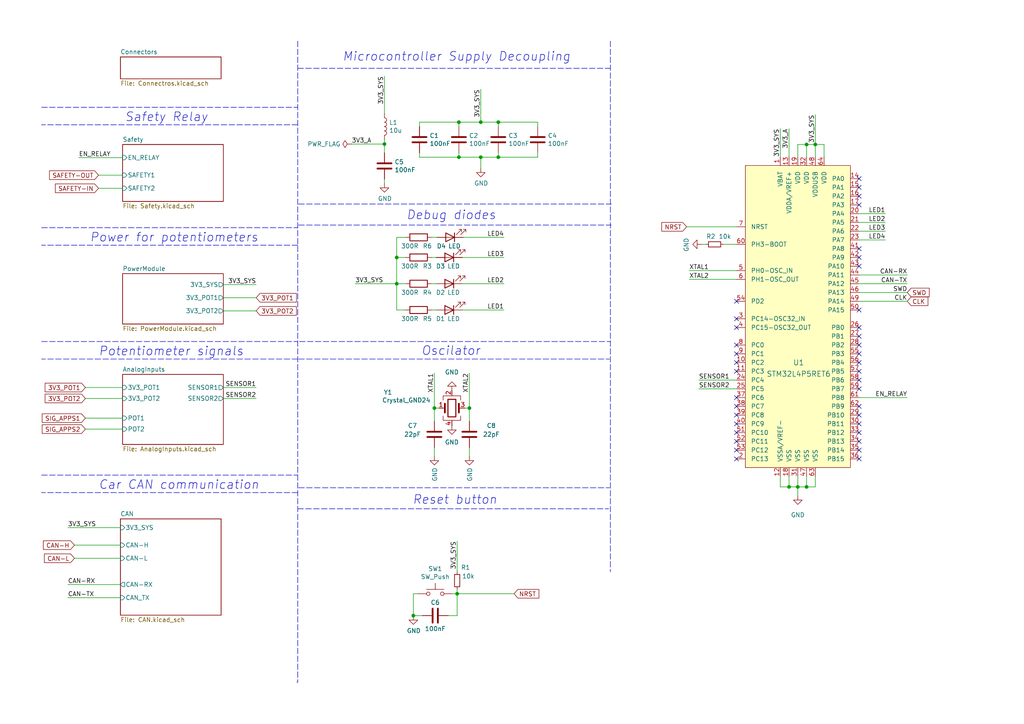
<source format=kicad_sch>
(kicad_sch (version 20211123) (generator eeschema)
  (paper "A4")
  (title_block (title "PUT Motorsport EV APPS") (comment 1 "Patryk Gawron") (comment 2 "All global labels are linked to connectors"))
  (lib_symbols
    (symbol "Device:C" (pin_numbers hide) (pin_names (offset 0.254))
      (property "Reference" "C" (at 0.635 2.54 0))
      (property "Value" "C" (at 0.635 -2.54 0))
      (symbol "C_0_1"
        (polyline (pts (xy -2.032 -0.762) (xy 2.032 -0.762)) (stroke (width 0.508)))
        (polyline (pts (xy -2.032 0.762) (xy 2.032 0.762)) (stroke (width 0.508)))
      )
      (symbol "C_1_1"
        (pin passive line (at 0 3.81 270) (length 2.794) (name "~") (number "1"))
        (pin passive line (at 0 -3.81 90) (length 2.794) (name "~") (number "2"))
      )
    )
    (symbol "Device:Crystal_GND24" (pin_names (offset 1.016) hide)
      (property "Reference" "Y" (at 3.175 5.08 0))
      (property "Value" "Crystal_GND24" (at 3.175 3.175 0))
      (symbol "Crystal_GND24_0_1"
        (rectangle (start -1.143 2.54) (end 1.143 -2.54) (stroke (width 0.3048)))
        (polyline (pts (xy -2.54 0) (xy -2.032 0)))
        (polyline (pts (xy -2.032 -1.27) (xy -2.032 1.27)) (stroke (width 0.508)))
        (polyline (pts (xy 0 -3.81) (xy 0 -3.556)))
        (polyline (pts (xy 0 3.556) (xy 0 3.81)))
        (polyline (pts (xy 2.032 -1.27) (xy 2.032 1.27)) (stroke (width 0.508)))
        (polyline (pts (xy 2.032 0) (xy 2.54 0)))
        (polyline (pts (xy -2.54 -2.286) (xy -2.54 -3.556) (xy 2.54 -3.556) (xy 2.54 -2.286)))
        (polyline (pts (xy -2.54 2.286) (xy -2.54 3.556) (xy 2.54 3.556) (xy 2.54 2.286)))
      )
      (symbol "Crystal_GND24_1_1"
        (pin passive line (at -3.81 0 0) (length 1.27) (name "1") (number "1"))
        (pin passive line (at 0 5.08 270) (length 1.27) (name "2") (number "2"))
        (pin passive line (at 3.81 0 180) (length 1.27) (name "3") (number "3"))
        (pin passive line (at 0 -5.08 90) (length 1.27) (name "4") (number "4"))
      )
    )
    (symbol "Device:L" (pin_numbers hide) (pin_names (offset 1.016) hide)
      (property "Reference" "L" (at -1.27 0 90))
      (property "Value" "L" (at 1.905 0 90))
      (symbol "L_0_1"
        (arc (start 0 -2.54) (mid 0.635 -1.905) (end 0 -1.27))
        (arc (start 0 -1.27) (mid 0.635 -0.635) (end 0 0))
        (arc (start 0 0) (mid 0.635 0.635) (end 0 1.27))
        (arc (start 0 1.27) (mid 0.635 1.905) (end 0 2.54))
      )
      (symbol "L_1_1"
        (pin passive line (at 0 3.81 270) (length 1.27) (name "1") (number "1"))
        (pin passive line (at 0 -3.81 90) (length 1.27) (name "2") (number "2"))
      )
    )
    (symbol "Device:LED" (pin_numbers hide) (pin_names (offset 1.016) hide)
      (property "Reference" "D" (at 0 2.54 0))
      (property "Value" "LED" (at 0 -2.54 0))
      (symbol "LED_0_1"
        (polyline (pts (xy -1.27 -1.27) (xy -1.27 1.27)) (stroke (width 0.254)))
        (polyline (pts (xy -1.27 0) (xy 1.27 0)))
        (polyline (pts (xy 1.27 -1.27) (xy 1.27 1.27) (xy -1.27 0) (xy 1.27 -1.27)) (stroke (width 0.254)))
        (polyline (pts (xy -3.048 -0.762) (xy -4.572 -2.286) (xy -3.81 -2.286) (xy -4.572 -2.286) (xy -4.572 -1.524)))
        (polyline (pts (xy -1.778 -0.762) (xy -3.302 -2.286) (xy -2.54 -2.286) (xy -3.302 -2.286) (xy -3.302 -1.524)))
      )
      (symbol "LED_1_1"
        (pin passive line (at -3.81 0 0) (length 2.54) (name "K") (number "1"))
        (pin passive line (at 3.81 0 180) (length 2.54) (name "A") (number "2"))
      )
    )
    (symbol "Device:R" (pin_numbers hide) (pin_names (offset 0))
      (property "Reference" "R" (at 2.032 0 90))
      (property "Value" "R" (at 0 0 90))
      (symbol "R_0_1"
        (rectangle (start -1.016 -2.54) (end 1.016 2.54) (stroke (width 0.254)))
      )
      (symbol "R_1_1"
        (pin passive line (at 0 3.81 270) (length 1.27) (name "~") (number "1"))
        (pin passive line (at 0 -3.81 90) (length 1.27) (name "~") (number "2"))
      )
    )
    (symbol "Device:R_Small" (pin_numbers hide) (pin_names (offset 0.254) hide)
      (property "Reference" "R" (at 0.762 0.508 0))
      (property "Value" "R_Small" (at 0.762 -1.016 0))
      (symbol "R_Small_0_1"
        (rectangle (start -0.762 1.778) (end 0.762 -1.778) (stroke (width 0.2032)))
      )
      (symbol "R_Small_1_1"
        (pin passive line (at 0 2.54 270) (length 0.762) (name "~") (number "1"))
        (pin passive line (at 0 -2.54 90) (length 0.762) (name "~") (number "2"))
      )
    )
    (symbol "STM32L4P5RET6:STM32L4P5RET6" (pin_names (offset 1.6256))
      (property "Reference" "U" (at 0 -55.88 0))
      (property "Value" "STM32L4P5RET6" (at 0 -59.69 0))
      (symbol "STM32L4P5RET6_0_0"
        (pin unspecified line (at -5.08 44.45 270) (length 2.54) (name "VBAT") (number "1"))
        (pin unspecified line (at -17.78 -15.24 0) (length 2.54) (name "PC2") (number "10"))
        (pin unspecified line (at -17.78 -17.78 0) (length 2.54) (name "PC3") (number "11"))
        (pin unspecified line (at -5.08 -48.26 90) (length 2.54) (name "VSSA/VREF-") (number "12"))
        (pin unspecified line (at -2.54 44.45 270) (length 2.54) (name "VDDA/VREF+") (number "13"))
        (pin unspecified line (at 17.78 38.1 180) (length 2.54) (name "PA0") (number "14"))
        (pin unspecified line (at 17.78 35.56 180) (length 2.54) (name "PA1") (number "15"))
        (pin unspecified line (at 17.78 33.02 180) (length 2.54) (name "PA2") (number "16"))
        (pin unspecified line (at 17.78 30.48 180) (length 2.54) (name "PA3") (number "17"))
        (pin unspecified line (at -2.54 -48.26 90) (length 2.54) (name "VSS") (number "18"))
        (pin unspecified line (at 0 44.45 270) (length 2.54) (name "VDD") (number "19"))
        (pin unspecified line (at -17.78 -43.18 0) (length 2.54) (name "PC13") (number "2"))
        (pin unspecified line (at 17.78 27.94 180) (length 2.54) (name "PA4") (number "20"))
        (pin unspecified line (at 17.78 25.4 180) (length 2.54) (name "PA5") (number "21"))
        (pin unspecified line (at 17.78 22.86 180) (length 2.54) (name "PA6") (number "22"))
        (pin unspecified line (at 17.78 20.32 180) (length 2.54) (name "PA7") (number "23"))
        (pin unspecified line (at -17.78 -20.32 0) (length 2.54) (name "PC4") (number "24"))
        (pin unspecified line (at -17.78 -22.86 0) (length 2.54) (name "PC5") (number "25"))
        (pin unspecified line (at 17.78 -5.08 180) (length 2.54) (name "PB0") (number "26"))
        (pin unspecified line (at 17.78 -7.62 180) (length 2.54) (name "PB1") (number "27"))
        (pin unspecified line (at 17.78 -10.16 180) (length 2.54) (name "PB2") (number "28"))
        (pin unspecified line (at 17.78 -30.48 180) (length 2.54) (name "PB10") (number "29"))
        (pin unspecified line (at -17.78 -2.54 0) (length 2.54) (name "PC14-OSC32_IN") (number "3"))
        (pin unspecified line (at 17.78 -33.02 180) (length 2.54) (name "PB11") (number "30"))
        (pin unspecified line (at 0 -48.26 90) (length 2.54) (name "VSS") (number "31"))
        (pin unspecified line (at 2.54 44.45 270) (length 2.54) (name "VDD") (number "32"))
        (pin unspecified line (at 17.78 -35.56 180) (length 2.54) (name "PB12") (number "33"))
        (pin unspecified line (at 17.78 -38.1 180) (length 2.54) (name "PB13") (number "34"))
        (pin unspecified line (at 17.78 -40.64 180) (length 2.54) (name "PB14") (number "35"))
        (pin unspecified line (at 17.78 -43.18 180) (length 2.54) (name "PB15") (number "36"))
        (pin unspecified line (at -17.78 -25.4 0) (length 2.54) (name "PC6") (number "37"))
        (pin unspecified line (at -17.78 -27.94 0) (length 2.54) (name "PC7") (number "38"))
        (pin unspecified line (at -17.78 -30.48 0) (length 2.54) (name "PC8") (number "39"))
        (pin unspecified line (at -17.78 -5.08 0) (length 2.54) (name "PC15-OSC32_OUT") (number "4"))
        (pin unspecified line (at -17.78 -33.02 0) (length 2.54) (name "PC9") (number "40"))
        (pin unspecified line (at 17.78 17.78 180) (length 2.54) (name "PA8") (number "41"))
        (pin unspecified line (at 17.78 15.24 180) (length 2.54) (name "PA9") (number "42"))
        (pin unspecified line (at 17.78 12.7 180) (length 2.54) (name "PA10") (number "43"))
        (pin unspecified line (at 17.78 10.16 180) (length 2.54) (name "PA11") (number "44"))
        (pin unspecified line (at 17.78 7.62 180) (length 2.54) (name "PA12") (number "45"))
        (pin unspecified line (at 17.78 5.08 180) (length 2.54) (name "PA13") (number "46"))
        (pin unspecified line (at 2.54 -48.26 90) (length 2.54) (name "VSS") (number "47"))
        (pin unspecified line (at 5.08 44.45 270) (length 2.54) (name "VDDUSB") (number "48"))
        (pin unspecified line (at 17.78 2.54 180) (length 2.54) (name "PA14") (number "49"))
        (pin unspecified line (at -17.78 11.43 0) (length 2.54) (name "PH0-OSC_IN") (number "5"))
        (pin unspecified line (at 17.78 0 180) (length 2.54) (name "PA15") (number "50"))
        (pin unspecified line (at -17.78 -35.56 0) (length 2.54) (name "PC10") (number "51"))
        (pin unspecified line (at -17.78 -38.1 0) (length 2.54) (name "PC11") (number "52"))
        (pin unspecified line (at -17.78 -40.64 0) (length 2.54) (name "PC12") (number "53"))
        (pin unspecified line (at -17.78 2.54 0) (length 2.54) (name "PD2") (number "54"))
        (pin unspecified line (at 17.78 -12.7 180) (length 2.54) (name "PB3") (number "55"))
        (pin unspecified line (at 17.78 -15.24 180) (length 2.54) (name "PB4") (number "56"))
        (pin unspecified line (at 17.78 -17.78 180) (length 2.54) (name "PB5") (number "57"))
        (pin unspecified line (at 17.78 -20.32 180) (length 2.54) (name "PB6") (number "58"))
        (pin unspecified line (at 17.78 -22.86 180) (length 2.54) (name "PB7") (number "59"))
        (pin unspecified line (at -17.78 8.89 0) (length 2.54) (name "PH1-OSC_OUT") (number "6"))
        (pin unspecified line (at -17.78 19.05 0) (length 2.54) (name "PH3-BOOT") (number "60"))
        (pin unspecified line (at 17.78 -25.4 180) (length 2.54) (name "PB8") (number "61"))
        (pin unspecified line (at 17.78 -27.94 180) (length 2.54) (name "PB9") (number "62"))
        (pin unspecified line (at 5.08 -48.26 90) (length 2.54) (name "VSS") (number "63"))
        (pin unspecified line (at 7.62 44.45 270) (length 2.54) (name "VDD") (number "64"))
        (pin unspecified line (at -17.78 24.13 0) (length 2.54) (name "NRST") (number "7"))
        (pin unspecified line (at -17.78 -10.16 0) (length 2.54) (name "PC0") (number "8"))
        (pin unspecified line (at -17.78 -12.7 0) (length 2.54) (name "PC1") (number "9"))
      )
      (symbol "STM32L4P5RET6_0_1"
        (rectangle (start 15.24 41.91) (end -15.24 -45.72) (fill (type background)))
      )
    )
    (symbol "Switch:SW_Push" (pin_numbers hide) (pin_names (offset 1.016) hide)
      (property "Reference" "SW" (at 1.27 2.54 0))
      (property "Value" "SW_Push" (at 0 -1.524 0))
      (symbol "SW_Push_0_1"
        (circle (center -2.032 0) (radius 0.508))
        (polyline (pts (xy 0 1.27) (xy 0 3.048)))
        (polyline (pts (xy 2.54 1.27) (xy -2.54 1.27)))
        (circle (center 2.032 0) (radius 0.508))
        (pin passive line (at -5.08 0 0) (length 2.54) (name "1") (number "1"))
        (pin passive line (at 5.08 0 180) (length 2.54) (name "2") (number "2"))
      )
    )
    (symbol "power:GND" (power) (pin_names (offset 0))
      (property "Value" "GND" (at 0 -3.81 0))
      (symbol "GND_0_1"
        (polyline (pts (xy 0 0) (xy 0 -1.27) (xy 1.27 -1.27) (xy 0 -2.54) (xy -1.27 -1.27) (xy 0 -1.27)))
      )
      (symbol "GND_1_1"
        (pin power_in line (at 0 0 270) (length 0) hide (name "GND") (number "1"))
      )
    )
    (symbol "power:PWR_FLAG" (power) (pin_numbers hide) (pin_names (offset 0) hide)
      (property "Value" "PWR_FLAG" (at 0 3.81 0))
      (symbol "PWR_FLAG_0_0"
        (pin power_out line (at 0 0 90) (length 0) (name "pwr") (number "1"))
      )
      (symbol "PWR_FLAG_0_1"
        (polyline (pts (xy 0 0) (xy 0 1.27) (xy -1.016 1.905) (xy 0 2.54) (xy 1.016 1.905) (xy 0 1.27)))
      )
    )
  )
  (junction (at 139.446 45.593))
  (junction (at 125.984 118.364))
  (junction (at 233.934 41.91))
  (junction (at 132.588 172.212))
  (junction (at 144.526 35.433))
  (junction (at 144.526 45.593))
  (junction (at 133.096 45.593))
  (junction (at 228.854 141.224))
  (junction (at 233.934 141.224))
  (junction (at 119.888 178.562))
  (junction (at 236.474 41.91))
  (junction (at 139.446 35.433))
  (junction (at 115.062 74.676))
  (junction (at 133.096 35.433))
  (junction (at 111.506 41.783))
  (junction (at 115.062 82.296))
  (junction (at 136.144 118.364))
  (junction (at 231.394 141.224))
  (no_connect (at 249.174 59.436))
  (no_connect (at 249.174 56.896))
  (no_connect (at 249.174 54.356))
  (no_connect (at 249.174 51.816))
  (no_connect (at 249.174 110.236))
  (no_connect (at 249.174 112.776))
  (no_connect (at 249.174 107.696))
  (no_connect (at 249.174 94.996))
  (no_connect (at 249.174 97.536))
  (no_connect (at 249.174 100.076))
  (no_connect (at 249.174 102.616))
  (no_connect (at 249.174 105.156))
  (no_connect (at 249.174 89.916))
  (no_connect (at 249.174 77.216))
  (no_connect (at 249.174 74.676))
  (no_connect (at 249.174 72.136))
  (no_connect (at 213.614 94.996))
  (no_connect (at 213.614 92.456))
  (no_connect (at 213.614 87.376))
  (no_connect (at 213.614 115.316))
  (no_connect (at 213.614 117.856))
  (no_connect (at 213.614 100.076))
  (no_connect (at 213.614 102.616))
  (no_connect (at 213.614 105.156))
  (no_connect (at 213.614 107.696))
  (no_connect (at 249.174 125.476))
  (no_connect (at 249.174 128.016))
  (no_connect (at 249.174 130.556))
  (no_connect (at 249.174 133.096))
  (no_connect (at 249.174 122.936))
  (no_connect (at 249.174 120.396))
  (no_connect (at 249.174 117.856))
  (no_connect (at 213.614 133.096))
  (no_connect (at 213.614 130.556))
  (no_connect (at 213.614 120.396))
  (no_connect (at 213.614 122.936))
  (no_connect (at 213.614 125.476))
  (no_connect (at 213.614 128.016))
  (wire (pts (xy 263.144 79.756) (xy 249.174 79.756)))
  (wire (pts (xy 203.454 70.866) (xy 204.724 70.866)))
  (wire (pts (xy 263.144 82.296) (xy 249.174 82.296)))
  (wire (pts (xy 24.765 124.46) (xy 35.56 124.46)))
  (wire (pts (xy 125.222 82.296) (xy 126.492 82.296)))
  (polyline (pts (xy 86.36 19.812) (xy 177.038 19.812)))
  (wire (pts (xy 24.765 121.285) (xy 35.56 121.285)))
  (wire (pts (xy 121.666 45.593) (xy 121.666 44.323)))
  (polyline (pts (xy 86.36 36.195) (xy 12.065 36.195)))
  (wire (pts (xy 256.794 64.516) (xy 249.174 64.516)))
  (wire (pts (xy 236.474 141.224) (xy 236.474 138.176)))
  (wire (pts (xy 117.602 89.916) (xy 115.062 89.916)))
  (wire (pts (xy 115.062 82.296) (xy 115.062 74.676)))
  (wire (pts (xy 119.888 172.212) (xy 121.158 172.212)))
  (wire (pts (xy 130.048 178.562) (xy 132.588 178.562)))
  (wire (pts (xy 115.062 68.834) (xy 117.602 68.834)))
  (wire (pts (xy 134.874 118.364) (xy 136.144 118.364)))
  (wire (pts (xy 139.446 35.433) (xy 133.096 35.433)))
  (wire (pts (xy 133.096 44.323) (xy 133.096 45.593)))
  (polyline (pts (xy 86.36 71.12) (xy 12.065 71.12)))
  (wire (pts (xy 233.934 141.224) (xy 236.474 141.224)))
  (polyline (pts (xy 12.065 31.115) (xy 86.36 31.115)))
  (wire (pts (xy 233.934 141.224) (xy 233.934 138.176)))
  (wire (pts (xy 115.062 89.916) (xy 115.062 82.296)))
  (polyline (pts (xy 86.36 142.875) (xy 12.065 142.875)))
  (wire (pts (xy 64.77 90.17) (xy 74.295 90.17)))
  (wire (pts (xy 226.314 138.176) (xy 226.314 141.224)))
  (wire (pts (xy 132.588 172.212) (xy 149.098 172.212)))
  (wire (pts (xy 111.506 44.323) (xy 111.506 41.783)))
  (wire (pts (xy 125.984 118.364) (xy 127.254 118.364)))
  (wire (pts (xy 21.59 158.115) (xy 34.925 158.115)))
  (wire (pts (xy 115.062 82.296) (xy 117.602 82.296)))
  (wire (pts (xy 236.474 41.91) (xy 239.014 41.91)))
  (wire (pts (xy 199.898 81.026) (xy 213.614 81.026)))
  (wire (pts (xy 132.588 156.972) (xy 132.588 165.862)))
  (wire (pts (xy 125.984 118.364) (xy 125.984 122.174)))
  (wire (pts (xy 119.888 178.562) (xy 122.428 178.562)))
  (wire (pts (xy 133.096 35.433) (xy 121.666 35.433)))
  (wire (pts (xy 226.314 141.224) (xy 228.854 141.224)))
  (wire (pts (xy 134.112 74.676) (xy 146.177 74.676)))
  (wire (pts (xy 64.77 82.55) (xy 74.295 82.55)))
  (wire (pts (xy 139.446 45.593) (xy 139.446 48.768)))
  (wire (pts (xy 239.014 41.91) (xy 239.014 45.466)))
  (wire (pts (xy 133.096 45.593) (xy 139.446 45.593)))
  (wire (pts (xy 228.854 141.224) (xy 228.854 138.176)))
  (wire (pts (xy 102.997 82.296) (xy 115.062 82.296)))
  (wire (pts (xy 231.394 141.224) (xy 233.934 141.224)))
  (wire (pts (xy 202.692 110.236) (xy 213.614 110.236)))
  (wire (pts (xy 256.794 61.976) (xy 249.174 61.976)))
  (polyline (pts (xy 86.106 197.866) (xy 86.36 197.866)))
  (wire (pts (xy 111.506 22.098) (xy 111.506 32.893)))
  (wire (pts (xy 28.575 50.8) (xy 35.56 50.8)))
  (polyline (pts (xy 12.065 99.06) (xy 86.36 99.06)))
  (wire (pts (xy 136.144 108.204) (xy 136.144 118.364)))
  (wire (pts (xy 134.366 68.834) (xy 146.177 68.834)))
  (wire (pts (xy 125.222 89.916) (xy 126.492 89.916)))
  (wire (pts (xy 136.144 132.334) (xy 136.144 129.794)))
  (wire (pts (xy 134.112 82.296) (xy 146.177 82.296)))
  (wire (pts (xy 125.222 74.676) (xy 126.492 74.676)))
  (wire (pts (xy 231.394 141.224) (xy 231.394 143.764)))
  (wire (pts (xy 155.956 35.433) (xy 155.956 36.703)))
  (wire (pts (xy 115.062 74.676) (xy 115.062 68.834)))
  (polyline (pts (xy 86.36 104.14) (xy 12.065 104.14)))
  (wire (pts (xy 139.446 25.908) (xy 139.446 35.433)))
  (wire (pts (xy 144.526 44.323) (xy 144.526 45.593)))
  (wire (pts (xy 28.575 54.61) (xy 35.56 54.61)))
  (wire (pts (xy 133.096 45.593) (xy 121.666 45.593)))
  (polyline (pts (xy 177.038 11.938) (xy 177.038 165.862)))
  (polyline (pts (xy 86.614 65.278) (xy 177.292 65.278)))
  (polyline (pts (xy 86.614 104.14) (xy 176.784 104.14)))
  (wire (pts (xy 111.506 51.943) (xy 111.506 53.213)))
  (wire (pts (xy 115.062 74.676) (xy 117.602 74.676)))
  (wire (pts (xy 132.588 178.562) (xy 132.588 172.212)))
  (wire (pts (xy 125.222 68.834) (xy 126.746 68.834)))
  (wire (pts (xy 236.474 41.91) (xy 236.474 45.466)))
  (wire (pts (xy 139.446 45.593) (xy 144.526 45.593)))
  (wire (pts (xy 256.794 69.596) (xy 249.174 69.596)))
  (wire (pts (xy 202.692 112.776) (xy 213.614 112.776)))
  (wire (pts (xy 21.59 161.925) (xy 34.925 161.925)))
  (wire (pts (xy 19.685 169.545) (xy 34.925 169.545)))
  (wire (pts (xy 24.765 115.57) (xy 35.56 115.57)))
  (wire (pts (xy 233.934 41.91) (xy 236.474 41.91)))
  (wire (pts (xy 64.77 112.395) (xy 74.295 112.395)))
  (wire (pts (xy 199.898 78.486) (xy 213.614 78.486)))
  (polyline (pts (xy 12.065 137.795) (xy 86.36 137.795)))
  (wire (pts (xy 19.685 153.035) (xy 34.925 153.035)))
  (polyline (pts (xy 86.614 141.478) (xy 176.784 141.478)))
  (wire (pts (xy 101.981 41.783) (xy 111.506 41.783)))
  (wire (pts (xy 144.526 35.433) (xy 144.526 36.703)))
  (wire (pts (xy 263.144 115.316) (xy 249.174 115.316)))
  (wire (pts (xy 263.144 84.836) (xy 249.174 84.836)))
  (wire (pts (xy 119.888 178.562) (xy 119.888 172.212)))
  (wire (pts (xy 19.685 173.355) (xy 34.925 173.355)))
  (polyline (pts (xy 86.36 11.938) (xy 86.36 197.866)))
  (wire (pts (xy 133.096 35.433) (xy 133.096 36.703)))
  (wire (pts (xy 199.136 65.786) (xy 213.614 65.786)))
  (wire (pts (xy 236.474 33.274) (xy 236.474 41.91)))
  (wire (pts (xy 64.77 86.36) (xy 74.295 86.36)))
  (wire (pts (xy 231.394 45.466) (xy 231.394 41.91)))
  (wire (pts (xy 155.956 35.433) (xy 144.526 35.433)))
  (wire (pts (xy 231.394 138.176) (xy 231.394 141.224)))
  (wire (pts (xy 155.956 44.323) (xy 155.956 45.593)))
  (wire (pts (xy 121.666 35.433) (xy 121.666 36.703)))
  (polyline (pts (xy 12.065 66.04) (xy 86.36 66.04)))
  (wire (pts (xy 132.588 170.942) (xy 132.588 172.212)))
  (wire (pts (xy 136.144 122.174) (xy 136.144 118.364)))
  (wire (pts (xy 256.794 67.056) (xy 249.174 67.056)))
  (wire (pts (xy 263.144 87.376) (xy 249.174 87.376)))
  (wire (pts (xy 64.77 115.57) (xy 74.295 115.57)))
  (polyline (pts (xy 86.36 147.574) (xy 176.53 147.574)))
  (wire (pts (xy 226.314 37.338) (xy 226.314 45.466)))
  (wire (pts (xy 209.804 70.866) (xy 213.614 70.866)))
  (wire (pts (xy 144.526 35.433) (xy 139.446 35.433)))
  (wire (pts (xy 22.86 45.72) (xy 35.56 45.72)))
  (wire (pts (xy 231.394 41.91) (xy 233.934 41.91)))
  (wire (pts (xy 125.984 129.794) (xy 125.984 132.334)))
  (wire (pts (xy 228.854 37.338) (xy 228.854 45.466)))
  (wire (pts (xy 132.588 172.212) (xy 131.318 172.212)))
  (wire (pts (xy 228.854 141.224) (xy 231.394 141.224)))
  (wire (pts (xy 134.112 89.916) (xy 146.177 89.916)))
  (wire (pts (xy 233.934 41.91) (xy 233.934 45.466)))
  (wire (pts (xy 24.765 112.395) (xy 35.56 112.395)))
  (wire (pts (xy 125.984 108.204) (xy 125.984 118.364)))
  (polyline (pts (xy 86.868 99.06) (xy 177.038 99.06)))
  (wire (pts (xy 111.506 41.783) (xy 111.506 40.513)))
  (wire (pts (xy 155.956 45.593) (xy 144.526 45.593)))
  (polyline (pts (xy 86.614 59.182) (xy 177.292 59.182)))
  (text "Power for potentiometers" (at 26.035 70.485 0) (effects (font (size 2.54 2.54) italic) (justify left bottom)))
  (text "Oscilator" (at 122.174 103.378 0) (effects (font (size 2.54 2.54) italic) (justify left bottom)))
  (text "Reset button" (at 119.634 146.558 0) (effects (font (size 2.54 2.54) italic) (justify left bottom)))
  (text "Safety Relay" (at 36.195 35.56 0) (effects (font (size 2.54 2.54) italic) (justify left bottom)))
  (text "Microcontroller Supply Decoupling" (at 99.314 18.034 0) (effects (font (size 2.54 2.54) italic) (justify left bottom)))
  (text "Debug diodes\n" (at 117.856 64.008 0) (effects (font (size 2.54 2.54) italic) (justify left bottom)))
  (text "Potentiometer signals" (at 28.575 103.505 0) (effects (font (size 2.54 2.54) italic) (justify left bottom)))
  (text "Car CAN communication" (at 28.575 142.24 0) (effects (font (size 2.54 2.54) italic) (justify left bottom)))
  (label "LED3" (at 146.177 74.676 180))
  (label "XTAL2" (at 136.144 108.204 270))
  (label "3V3_SYS" (at 19.685 153.035 0))
  (label "CLK" (at 263.144 87.376 180))
  (label "3V3_SYS" (at 111.506 22.098 270))
  (label "3V3_SYS" (at 102.997 82.296 0))
  (label "LED3" (at 256.794 67.056 180))
  (label "XTAL2" (at 199.898 81.026 0))
  (label "XTAL1" (at 199.898 78.486 0))
  (label "3V3_A" (at 101.981 41.783 0))
  (label "3V3_SYS" (at 226.314 37.338 270))
  (label "3V3_A" (at 228.854 37.338 270))
  (label "3V3_SYS" (at 139.446 25.908 270))
  (label "SENSOR2" (at 74.295 115.57 180))
  (label "SWD" (at 263.144 84.836 180))
  (label "XTAL1" (at 125.984 108.204 270))
  (label "SENSOR1" (at 202.692 110.236 0))
  (label "3V3_SYS" (at 74.295 82.55 180))
  (label "LED2" (at 256.794 64.516 180))
  (label "SENSOR2" (at 202.692 112.776 0))
  (label "LED2" (at 146.177 82.296 180))
  (label "3V3_SYS" (at 236.474 33.274 270))
  (label "LED1" (at 146.177 89.916 180))
  (label "3V3_SYS" (at 132.588 156.972 270))
  (label "CAN-TX" (at 263.144 82.296 180))
  (label "EN_RELAY" (at 263.144 115.316 180))
  (label "SENSOR1" (at 74.295 112.395 180))
  (label "LED4" (at 256.794 69.596 180))
  (label "LED4" (at 146.177 68.834 180))
  (label "EN_RELAY" (at 22.86 45.72 0))
  (label "CAN-TX" (at 19.685 173.355 0))
  (label "LED1" (at 256.794 61.976 180))
  (label "CAN-RX" (at 263.144 79.756 180))
  (label "CAN-RX" (at 19.685 169.545 0))
  (global_label "CLK" (shape input) (at 263.144 87.376 0) (property "Intersheet References" "${INTERSHEET_REFS}" (effects hide)))
  (global_label "SIG_APPS1" (shape input) (at 24.765 121.285 180) (property "Intersheet References" "${INTERSHEET_REFS}" (effects hide)))
  (global_label "SAFETY-OUT" (shape input) (at 28.575 50.8 180) (property "Intersheet References" "${INTERSHEET_REFS}" (effects hide)))
  (global_label "CAN-L" (shape input) (at 21.59 161.925 180) (property "Intersheet References" "${INTERSHEET_REFS}" (effects hide)))
  (global_label "3V3_POT2" (shape input) (at 74.295 90.17 0) (property "Intersheet References" "${INTERSHEET_REFS}" (effects hide)))
  (global_label "NRST" (shape input) (at 199.136 65.786 180) (property "Intersheet References" "${INTERSHEET_REFS}" (effects hide)))
  (global_label "SAFETY-IN" (shape input) (at 28.575 54.61 180) (property "Intersheet References" "${INTERSHEET_REFS}" (effects hide)))
  (global_label "SWD" (shape input) (at 263.144 84.836 0) (property "Intersheet References" "${INTERSHEET_REFS}" (effects hide)))
  (global_label "NRST" (shape input) (at 149.098 172.212 0) (property "Intersheet References" "${INTERSHEET_REFS}" (effects hide)))
  (global_label "CAN-H" (shape input) (at 21.59 158.115 180) (property "Intersheet References" "${INTERSHEET_REFS}" (effects hide)))
  (global_label "3V3_POT2" (shape input) (at 24.765 115.57 180) (property "Intersheet References" "${INTERSHEET_REFS}" (effects hide)))
  (global_label "3V3_POT1" (shape input) (at 74.295 86.36 0) (property "Intersheet References" "${INTERSHEET_REFS}" (effects hide)))
  (global_label "SIG_APPS2" (shape input) (at 24.765 124.46 180) (property "Intersheet References" "${INTERSHEET_REFS}" (effects hide)))
  (global_label "3V3_POT1" (shape input) (at 24.765 112.395 180) (property "Intersheet References" "${INTERSHEET_REFS}" (effects hide)))
  (symbol (lib_id "Device:C") (at 121.666 40.513 0) (unit 1)
    (property "Reference" "C1" (at 124.587 39.3446 0) (effects (justify left)))
    (property "Value" "100nF" (at 124.587 41.656 0) (effects (justify left)))
    (property "Footprint" "Capacitor_SMD:C_0603_1608Metric_Pad1.08x0.95mm_HandSolder" (effects hide))
  )
  (symbol (lib_id "Device:C") (at 133.096 40.513 0) (unit 1)
    (property "Reference" "C2" (at 136.017 39.3446 0) (effects (justify left)))
    (property "Value" "100nF" (at 136.017 41.656 0) (effects (justify left)))
    (property "Footprint" "Capacitor_SMD:C_0603_1608Metric_Pad1.08x0.95mm_HandSolder" (effects hide))
  )
  (symbol (lib_id "Device:C") (at 144.526 40.513 0) (unit 1)
    (property "Reference" "C3" (at 147.447 39.3446 0) (effects (justify left)))
    (property "Value" "100nF" (at 147.447 41.656 0) (effects (justify left)))
    (property "Footprint" "Capacitor_SMD:C_0603_1608Metric_Pad1.08x0.95mm_HandSolder" (effects hide))
  )
  (symbol (lib_id "Device:C") (at 155.956 40.513 0) (unit 1)
    (property "Reference" "C4" (at 158.877 39.3446 0) (effects (justify left)))
    (property "Value" "100nF" (at 158.877 41.656 0) (effects (justify left)))
    (property "Footprint" "Capacitor_SMD:C_0603_1608Metric_Pad1.08x0.95mm_HandSolder" (effects hide))
  )
  (symbol (lib_id "Device:L") (at 111.506 36.703 0) (unit 1)
    (property "Reference" "L1" (at 112.8522 35.5346 0) (effects (justify left)))
    (property "Value" "10u" (at 112.8522 37.846 0) (effects (justify left)))
    (property "Footprint" "Inductor_SMD:L_0805_2012Metric" (effects hide))
  )
  (symbol (lib_id "Device:C") (at 111.506 48.133 0) (unit 1)
    (property "Reference" "C5" (at 114.427 46.9646 0) (effects (justify left)))
    (property "Value" "100nF" (at 114.427 49.276 0) (effects (justify left)))
    (property "Footprint" "Capacitor_SMD:C_0603_1608Metric_Pad1.08x0.95mm_HandSolder" (effects hide))
  )
  (symbol (lib_id "power:GND") (at 139.446 48.768 0) (unit 1)
    (property "Reference" "#PWR01" (effects hide))
    (property "Value" "GND" (at 139.573 53.1622 0))
  )
  (symbol (lib_id "power:GND") (at 111.506 53.213 0) (unit 1)
    (property "Reference" "#PWR02" (effects hide))
    (property "Value" "GND" (at 111.633 57.6072 0))
  )
  (symbol (lib_id "Device:R_Small") (at 207.264 70.866 90) (unit 1)
    (property "Reference" "R2" (at 207.518 68.58 90) (effects (justify left)))
    (property "Value" "10k" (at 212.09 68.58 90) (effects (justify left)))
    (property "Footprint" "Resistor_SMD:R_0603_1608Metric_Pad0.98x0.95mm_HandSolder" (effects hide))
  )
  (symbol (lib_id "power:GND") (at 203.454 70.866 270) (unit 1)
    (property "Reference" "#PWR04" (effects hide))
    (property "Value" "GND" (at 199.0598 70.993 0))
  )
  (symbol (lib_id "Device:C") (at 126.238 178.562 270) (unit 1)
    (property "Reference" "C6" (at 126.238 174.752 90))
    (property "Value" "100nF" (at 126.238 182.372 90))
    (property "Footprint" "Capacitor_SMD:C_0603_1608Metric_Pad1.08x0.95mm_HandSolder" (effects hide))
  )
  (symbol (lib_id "Switch:SW_Push") (at 126.238 172.212 0) (unit 1)
    (property "Reference" "SW1" (at 126.238 164.973 0))
    (property "Value" "SW_Push" (at 126.238 167.2844 0))
    (property "Footprint" "Button_Switch_THT:SW_PUSH_6mm" (effects hide))
  )
  (symbol (lib_id "Device:C") (at 125.984 125.984 0) (unit 1)
    (property "Reference" "C7" (at 119.634 123.444 0))
    (property "Value" "22pF" (at 119.634 125.984 0))
    (property "Footprint" "Capacitor_SMD:C_0603_1608Metric_Pad1.08x0.95mm_HandSolder" (effects hide))
  )
  (symbol (lib_id "Device:C") (at 136.144 125.984 0) (unit 1)
    (property "Reference" "C8" (at 142.494 123.444 0))
    (property "Value" "22pF" (at 142.494 125.984 0))
    (property "Footprint" "Capacitor_SMD:C_0603_1608Metric_Pad1.08x0.95mm_HandSolder" (effects hide))
  )
  (symbol (lib_id "power:GND") (at 125.984 132.334 0) (unit 1)
    (property "Reference" "#PWR05" (effects hide))
    (property "Value" "GND" (at 126.111 135.5852 90) (effects (justify right)))
  )
  (symbol (lib_id "power:GND") (at 136.144 132.334 0) (unit 1)
    (property "Reference" "#PWR06" (effects hide))
    (property "Value" "GND" (at 136.271 135.5852 90) (effects (justify right)))
  )
  (symbol (lib_id "Device:R") (at 121.412 89.916 90) (unit 1)
    (property "Reference" "R5" (at 123.952 92.456 90))
    (property "Value" "300R" (at 118.872 92.456 90))
    (property "Footprint" "Resistor_SMD:R_0603_1608Metric_Pad0.98x0.95mm_HandSolder" (effects hide))
  )
  (symbol (lib_id "Device:R") (at 121.412 82.296 270) (unit 1)
    (property "Reference" "R4" (at 123.952 84.836 90))
    (property "Value" "300R" (at 118.872 84.836 90))
    (property "Footprint" "Resistor_SMD:R_0603_1608Metric_Pad0.98x0.95mm_HandSolder" (effects hide))
  )
  (symbol (lib_id "Device:R") (at 121.412 74.676 270) (unit 1)
    (property "Reference" "R3" (at 123.952 77.216 90))
    (property "Value" "300R" (at 118.872 77.216 90))
    (property "Footprint" "Resistor_SMD:R_0603_1608Metric_Pad0.98x0.95mm_HandSolder" (effects hide))
  )
  (symbol (lib_id "Device:LED") (at 130.302 89.916 180) (unit 1)
    (property "Reference" "D1" (at 127.762 92.456 0))
    (property "Value" "LED" (at 131.572 92.456 0))
    (property "Footprint" "LED_SMD:LED_0603_1608Metric_Pad1.05x0.95mm_HandSolder" (effects hide))
  )
  (symbol (lib_id "Device:LED") (at 130.302 82.296 180) (unit 1)
    (property "Reference" "D2" (at 127.762 84.836 0))
    (property "Value" "LED" (at 131.572 84.836 0))
    (property "Footprint" "LED_SMD:LED_0603_1608Metric_Pad1.05x0.95mm_HandSolder" (effects hide))
  )
  (symbol (lib_id "Device:LED") (at 130.302 74.676 180) (unit 1)
    (property "Reference" "D3" (at 127.762 77.216 0))
    (property "Value" "LED" (at 131.572 77.216 0))
    (property "Footprint" "LED_SMD:LED_0603_1608Metric_Pad1.05x0.95mm_HandSolder" (effects hide))
  )
  (symbol (lib_id "power:GND") (at 119.888 178.562 0) (unit 1)
    (property "Reference" "#PWR03" (effects hide))
    (property "Value" "GND" (at 120.015 182.9562 0))
  )
  (symbol (lib_id "Device:R_Small") (at 132.588 168.402 180) (unit 1)
    (property "Reference" "R1" (at 136.398 164.592 0) (effects (justify left)))
    (property "Value" "10k" (at 137.668 167.132 0) (effects (justify left)))
    (property "Footprint" "Resistor_SMD:R_0603_1608Metric_Pad0.98x0.95mm_HandSolder" (effects hide))
  )
  (symbol (lib_id "STM32L4P5RET6:STM32L4P5RET6") (at 231.394 89.916 0) (unit 1)
    (property "Reference" "U1" (at 231.648 105.156 0) (effects (font (size 1.524 1.524))))
    (property "Value" "STM32L4P5RET6" (at 231.648 108.458 0) (effects (font (size 1.524 1.524))))
    (property "Footprint" "Package_QFP:LQFP-64_10x10mm_P0.5mm" (effects hide))
  )
  (symbol (lib_id "power:GND") (at 131.064 123.444 0) (unit 1)
    (property "Reference" "#PWR0104" (effects hide))
    (property "Value" "GND" (at 131.064 128.27 0))
  )
  (symbol (lib_id "Device:Crystal_GND24") (at 131.064 118.364 0) (unit 1)
    (property "Reference" "Y1" (at 112.522 113.792 0))
    (property "Value" "Crystal_GND24" (at 117.856 116.078 0))
    (property "Footprint" "Crystal:Crystal_SMD_2520-4Pin_2.5x2.0mm" (effects hide))
    (property "Datasheet" "https://abracon.com/Resonators/abm8.pdf" (effects hide))
  )
  (symbol (lib_id "Device:LED") (at 130.556 68.834 180) (unit 1)
    (property "Reference" "D4" (at 128.016 71.374 0))
    (property "Value" "LED" (at 131.826 71.374 0))
    (property "Footprint" "LED_SMD:LED_0603_1608Metric_Pad1.05x0.95mm_HandSolder" (effects hide))
  )
  (symbol (lib_id "power:PWR_FLAG") (at 101.981 41.783 90) (unit 1)
    (property "Reference" "#FLG0105" (effects hide))
    (property "Value" "PWR_FLAG" (at 98.806 41.7829 90) (effects (justify left)))
  )
  (symbol (lib_id "Device:R") (at 121.412 68.834 90) (unit 1)
    (property "Reference" "R6" (at 123.952 71.374 90))
    (property "Value" "300R" (at 118.872 71.374 90))
    (property "Footprint" "Resistor_SMD:R_0603_1608Metric_Pad0.98x0.95mm_HandSolder" (effects hide))
  )
  (symbol (lib_id "power:GND") (at 131.064 113.284 180) (unit 1)
    (property "Reference" "#PWR0112" (effects hide))
    (property "Value" "GND" (at 131.064 107.95 0))
  )
  (symbol (lib_id "power:GND") (at 231.394 143.764 0) (unit 1)
    (property "Reference" "#PWR0101" (effects hide))
    (property "Value" "GND" (at 231.394 149.352 0))
  )
  (sheet (at 35.56 79.375) (size 29.21 14.605)
    (property "Sheet name" "PowerModule" (at 35.56 78.6634 0) (effects (justify left bottom)))
    (property "Sheet file" "PowerModule.kicad_sch" (at 35.56 94.5646 0) (effects (justify left top)))
    (pin "3V3_POT1" output (at 64.77 86.36 0))
    (pin "3V3_POT2" output (at 64.77 90.17 0))
    (pin "3V3_SYS" output (at 64.77 82.55 0))
  )
  (sheet (at 34.925 150.495) (size 29.21 27.94)
    (property "Sheet name" "CAN" (at 34.925 149.7834 0) (effects (justify left bottom)))
    (property "Sheet file" "CAN.kicad_sch" (at 34.925 179.0196 0) (effects (justify left top)))
    (pin "CAN-H" input (at 34.925 158.115 180))
    (pin "CAN-L" input (at 34.925 161.925 180))
    (pin "CAN-RX" output (at 34.925 169.545 180))
    (pin "3V3_SYS" input (at 34.925 153.035 180))
    (pin "CAN_TX" input (at 34.925 173.355 180))
  )
  (sheet (at 35.56 41.91) (size 29.21 16.51)
    (property "Sheet name" "Safety" (at 35.56 41.1984 0) (effects (justify left bottom)))
    (property "Sheet file" "Safety.kicad_sch" (at 35.56 59.0046 0) (effects (justify left top)))
    (pin "SAFETY2" input (at 35.56 54.61 180))
    (pin "EN_RELAY" input (at 35.56 45.72 180))
    (pin "SAFETY1" input (at 35.56 50.8 180))
  )
  (sheet (at 35.56 108.585) (size 29.21 20.32)
    (property "Sheet name" "AnalogInputs" (at 35.56 107.8734 0) (effects (justify left bottom)))
    (property "Sheet file" "AnalogInputs.kicad_sch" (at 35.56 129.4896 0) (effects (justify left top)))
    (pin "3V3_POT2" input (at 35.56 115.57 180))
    (pin "3V3_POT1" input (at 35.56 112.395 180))
    (pin "SENSOR2" output (at 64.77 115.57 0))
    (pin "SENSOR1" output (at 64.77 112.395 0))
    (pin "POT2" input (at 35.56 124.46 180))
    (pin "POT1" input (at 35.56 121.285 180))
  )
  (sheet (at 34.925 16.51) (size 29.21 6.35)
    (property "Sheet name" "Connectors" (at 34.925 15.7984 0) (effects (justify left bottom)))
    (property "Sheet file" "Connectros.kicad_sch" (at 34.925 23.4446 0) (effects (justify left top)))
  )
)
</source>
